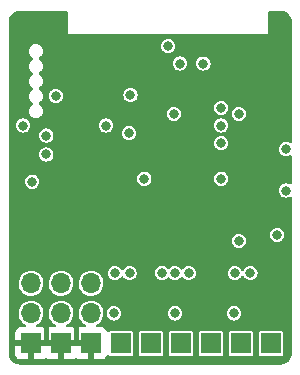
<source format=gbr>
%TF.GenerationSoftware,KiCad,Pcbnew,(6.0.8)*%
%TF.CreationDate,2022-11-21T19:10:26+00:00*%
%TF.ProjectId,m-link-plus,6d2d6c69-6e6b-42d7-906c-75732e6b6963,rev?*%
%TF.SameCoordinates,Original*%
%TF.FileFunction,Copper,L2,Inr*%
%TF.FilePolarity,Positive*%
%FSLAX46Y46*%
G04 Gerber Fmt 4.6, Leading zero omitted, Abs format (unit mm)*
G04 Created by KiCad (PCBNEW (6.0.8)) date 2022-11-21 19:10:26*
%MOMM*%
%LPD*%
G01*
G04 APERTURE LIST*
%TA.AperFunction,ComponentPad*%
%ADD10O,1.700000X1.700000*%
%TD*%
%TA.AperFunction,ComponentPad*%
%ADD11R,1.700000X1.700000*%
%TD*%
%TA.AperFunction,ViaPad*%
%ADD12C,0.800000*%
%TD*%
%TA.AperFunction,Conductor*%
%ADD13C,0.400000*%
%TD*%
%TA.AperFunction,Conductor*%
%ADD14C,0.250000*%
%TD*%
G04 APERTURE END LIST*
D10*
%TO.N,/CH1*%
%TO.C,J3*%
X80905000Y-92114000D03*
%TO.N,+5V*%
X80905000Y-94654000D03*
D11*
%TO.N,GND*%
X80905000Y-97194000D03*
D10*
%TO.N,/CH2*%
X83445000Y-92114000D03*
%TO.N,+5V*%
X83445000Y-94654000D03*
D11*
%TO.N,GND*%
X83445000Y-97194000D03*
D10*
%TO.N,/CH3*%
X85985000Y-92114000D03*
%TO.N,+5V*%
X85985000Y-94654000D03*
D11*
%TO.N,GND*%
X85985000Y-97194000D03*
%TO.N,/M1A*%
X88525000Y-97194000D03*
%TO.N,/M1B*%
X91065000Y-97194000D03*
%TO.N,/M2A*%
X93605000Y-97194000D03*
%TO.N,/M2B*%
X96145000Y-97194000D03*
%TO.N,/M3A*%
X98685000Y-97194000D03*
%TO.N,/M3B*%
X101225000Y-97194000D03*
%TD*%
D12*
%TO.N,GND*%
X94750000Y-80250000D03*
X89000000Y-74974500D03*
X91500000Y-76250000D03*
X99750000Y-87250000D03*
X88250000Y-84000000D03*
X79987701Y-70787701D03*
X81000000Y-82500000D03*
X88000000Y-88750000D03*
X87000000Y-71500000D03*
X97634000Y-93384000D03*
X92366000Y-93384000D03*
X88000000Y-93400000D03*
X88200000Y-82000000D03*
X101800000Y-93400000D03*
X102500000Y-72000000D03*
X94600000Y-83400000D03*
X101762299Y-92012299D03*
X102500000Y-78250000D03*
%TO.N,/DTR*%
X83000000Y-76250000D03*
%TO.N,+5V*%
X98500000Y-88500000D03*
X98096000Y-94654000D03*
X87904000Y-94654000D03*
X93096000Y-94654000D03*
X92000000Y-91225500D03*
%TO.N,/RESET*%
X93500000Y-73500000D03*
%TO.N,/ADC*%
X102500000Y-80750000D03*
%TO.N,/EN*%
X95500000Y-73500000D03*
%TO.N,/MTDI*%
X82200000Y-81200000D03*
%TO.N,/LED1*%
X98500000Y-77750000D03*
%TO.N,+3V3*%
X89325000Y-76175000D03*
X97000000Y-78750000D03*
X92525000Y-72025000D03*
X88000000Y-91250000D03*
X97000000Y-80250000D03*
X97000000Y-77250000D03*
X98160000Y-91250000D03*
X80250000Y-78750000D03*
X101750000Y-88000000D03*
X81000000Y-83500000D03*
X97000000Y-83250000D03*
X93080000Y-91250000D03*
X93000000Y-77750000D03*
%TO.N,/SCL*%
X89200000Y-79400000D03*
%TO.N,/SDA*%
X87250000Y-78750000D03*
%TO.N,/SLEEP*%
X99480500Y-91250000D03*
X94250000Y-91250000D03*
X89250000Y-91250000D03*
X102500000Y-84250000D03*
%TO.N,/ESP_LED*%
X82200000Y-79600000D03*
%TO.N,/ENABLE*%
X90500000Y-83250000D03*
%TD*%
D13*
%TO.N,GND*%
X84695000Y-93695000D02*
X84500000Y-93500000D01*
X84695000Y-97193000D02*
X84695000Y-93695000D01*
X84694000Y-97194000D02*
X84695000Y-97193000D01*
D14*
X84694000Y-97194000D02*
X84794000Y-97194000D01*
X83445000Y-97194000D02*
X84694000Y-97194000D01*
D13*
X82194000Y-93694000D02*
X82000000Y-93500000D01*
X82194000Y-97194000D02*
X82194000Y-93694000D01*
X80905000Y-97194000D02*
X85985000Y-97194000D01*
D14*
X82194000Y-97194000D02*
X83445000Y-97194000D01*
X84794000Y-97194000D02*
X85985000Y-97194000D01*
X80905000Y-97194000D02*
X82194000Y-97194000D01*
%TD*%
%TA.AperFunction,Conductor*%
%TO.N,GND*%
G36*
X83942121Y-69030502D02*
G01*
X83988614Y-69084158D01*
X84000000Y-69136500D01*
X84000000Y-71000000D01*
X101000000Y-71000000D01*
X101000000Y-69136500D01*
X101020002Y-69068379D01*
X101073658Y-69021886D01*
X101126000Y-69010500D01*
X101994491Y-69010500D01*
X101998315Y-69010667D01*
X102000000Y-69011365D01*
X102001365Y-69010800D01*
X102005472Y-69010979D01*
X102043305Y-69014289D01*
X102160847Y-69024573D01*
X102182470Y-69028385D01*
X102251244Y-69046813D01*
X102327781Y-69067321D01*
X102348420Y-69074833D01*
X102484760Y-69138410D01*
X102503780Y-69149392D01*
X102627011Y-69235679D01*
X102643836Y-69249797D01*
X102750203Y-69356164D01*
X102764321Y-69372989D01*
X102850608Y-69496220D01*
X102861590Y-69515240D01*
X102925167Y-69651580D01*
X102932679Y-69672219D01*
X102971614Y-69817526D01*
X102975428Y-69839156D01*
X102989021Y-69994528D01*
X102989200Y-69998635D01*
X102988635Y-70000000D01*
X102989333Y-70001685D01*
X102989500Y-70005509D01*
X102989500Y-80116238D01*
X102969498Y-80184359D01*
X102915842Y-80230852D01*
X102845568Y-80240956D01*
X102804509Y-80226744D01*
X102802841Y-80225464D01*
X102795213Y-80222304D01*
X102664391Y-80168116D01*
X102656762Y-80164956D01*
X102500000Y-80144318D01*
X102343238Y-80164956D01*
X102197159Y-80225464D01*
X102071718Y-80321718D01*
X101975464Y-80447159D01*
X101914956Y-80593238D01*
X101894318Y-80750000D01*
X101914956Y-80906762D01*
X101975464Y-81052841D01*
X102071718Y-81178282D01*
X102078264Y-81183305D01*
X102107918Y-81206059D01*
X102197159Y-81274536D01*
X102343238Y-81335044D01*
X102500000Y-81355682D01*
X102508188Y-81354604D01*
X102648574Y-81336122D01*
X102656762Y-81335044D01*
X102786934Y-81281125D01*
X102795215Y-81277695D01*
X102795216Y-81277694D01*
X102802841Y-81274536D01*
X102803718Y-81273863D01*
X102869494Y-81257905D01*
X102936586Y-81281125D01*
X102980474Y-81336931D01*
X102989500Y-81383762D01*
X102989500Y-83616238D01*
X102969498Y-83684359D01*
X102915842Y-83730852D01*
X102845568Y-83740956D01*
X102804509Y-83726744D01*
X102802841Y-83725464D01*
X102795213Y-83722304D01*
X102664391Y-83668116D01*
X102656762Y-83664956D01*
X102500000Y-83644318D01*
X102343238Y-83664956D01*
X102197159Y-83725464D01*
X102071718Y-83821718D01*
X101975464Y-83947159D01*
X101914956Y-84093238D01*
X101894318Y-84250000D01*
X101914956Y-84406762D01*
X101975464Y-84552841D01*
X102071718Y-84678282D01*
X102197159Y-84774536D01*
X102343238Y-84835044D01*
X102500000Y-84855682D01*
X102508188Y-84854604D01*
X102648574Y-84836122D01*
X102656762Y-84835044D01*
X102786934Y-84781125D01*
X102795215Y-84777695D01*
X102795216Y-84777694D01*
X102802841Y-84774536D01*
X102803718Y-84773863D01*
X102869494Y-84757905D01*
X102936586Y-84781125D01*
X102980474Y-84836931D01*
X102989500Y-84883762D01*
X102989500Y-97994491D01*
X102989333Y-97998315D01*
X102988635Y-98000000D01*
X102989200Y-98001365D01*
X102989021Y-98005472D01*
X102977904Y-98132547D01*
X102975428Y-98160844D01*
X102971615Y-98182470D01*
X102940853Y-98297274D01*
X102932679Y-98327781D01*
X102925167Y-98348420D01*
X102861590Y-98484760D01*
X102850608Y-98503780D01*
X102764321Y-98627011D01*
X102750203Y-98643836D01*
X102643836Y-98750203D01*
X102627011Y-98764321D01*
X102503780Y-98850608D01*
X102484760Y-98861590D01*
X102348420Y-98925167D01*
X102327780Y-98932679D01*
X102182470Y-98971615D01*
X102160847Y-98975427D01*
X102043305Y-98985711D01*
X102005472Y-98989021D01*
X102001365Y-98989200D01*
X102000000Y-98988635D01*
X101998315Y-98989333D01*
X101994491Y-98989500D01*
X80005509Y-98989500D01*
X80001685Y-98989333D01*
X80000000Y-98988635D01*
X79998635Y-98989200D01*
X79994528Y-98989021D01*
X79956695Y-98985711D01*
X79839153Y-98975427D01*
X79817530Y-98971615D01*
X79672220Y-98932679D01*
X79651580Y-98925167D01*
X79515240Y-98861590D01*
X79496220Y-98850608D01*
X79372989Y-98764321D01*
X79356164Y-98750203D01*
X79249797Y-98643836D01*
X79235679Y-98627011D01*
X79149392Y-98503780D01*
X79138410Y-98484760D01*
X79074833Y-98348420D01*
X79067321Y-98327781D01*
X79059147Y-98297274D01*
X79028385Y-98182470D01*
X79024572Y-98160844D01*
X79022097Y-98132547D01*
X79018258Y-98088669D01*
X79547001Y-98088669D01*
X79547371Y-98095490D01*
X79552895Y-98146352D01*
X79556521Y-98161604D01*
X79601676Y-98282054D01*
X79610214Y-98297649D01*
X79686715Y-98399724D01*
X79699276Y-98412285D01*
X79801351Y-98488786D01*
X79816946Y-98497324D01*
X79937394Y-98542478D01*
X79952649Y-98546105D01*
X80003514Y-98551631D01*
X80010328Y-98552000D01*
X80632885Y-98552000D01*
X80648124Y-98547525D01*
X80649329Y-98546135D01*
X80651000Y-98538452D01*
X80651000Y-98533884D01*
X81159000Y-98533884D01*
X81163475Y-98549123D01*
X81164865Y-98550328D01*
X81172548Y-98551999D01*
X81799669Y-98551999D01*
X81806490Y-98551629D01*
X81857352Y-98546105D01*
X81872604Y-98542479D01*
X81993054Y-98497324D01*
X82008644Y-98488789D01*
X82099435Y-98420745D01*
X82165942Y-98395898D01*
X82235324Y-98410951D01*
X82250565Y-98420745D01*
X82341356Y-98488789D01*
X82356946Y-98497324D01*
X82477394Y-98542478D01*
X82492649Y-98546105D01*
X82543514Y-98551631D01*
X82550328Y-98552000D01*
X83172885Y-98552000D01*
X83188124Y-98547525D01*
X83189329Y-98546135D01*
X83191000Y-98538452D01*
X83191000Y-98533884D01*
X83699000Y-98533884D01*
X83703475Y-98549123D01*
X83704865Y-98550328D01*
X83712548Y-98551999D01*
X84339669Y-98551999D01*
X84346490Y-98551629D01*
X84397352Y-98546105D01*
X84412604Y-98542479D01*
X84533054Y-98497324D01*
X84548644Y-98488789D01*
X84639435Y-98420745D01*
X84705942Y-98395898D01*
X84775324Y-98410951D01*
X84790565Y-98420745D01*
X84881356Y-98488789D01*
X84896946Y-98497324D01*
X85017394Y-98542478D01*
X85032649Y-98546105D01*
X85083514Y-98551631D01*
X85090328Y-98552000D01*
X85712885Y-98552000D01*
X85728124Y-98547525D01*
X85729329Y-98546135D01*
X85731000Y-98538452D01*
X85731000Y-97466115D01*
X85726525Y-97450876D01*
X85725135Y-97449671D01*
X85717452Y-97448000D01*
X83717115Y-97448000D01*
X83701876Y-97452475D01*
X83700671Y-97453865D01*
X83699000Y-97461548D01*
X83699000Y-98533884D01*
X83191000Y-98533884D01*
X83191000Y-97466115D01*
X83186525Y-97450876D01*
X83185135Y-97449671D01*
X83177452Y-97448000D01*
X81177115Y-97448000D01*
X81161876Y-97452475D01*
X81160671Y-97453865D01*
X81159000Y-97461548D01*
X81159000Y-98533884D01*
X80651000Y-98533884D01*
X80651000Y-97466115D01*
X80646525Y-97450876D01*
X80645135Y-97449671D01*
X80637452Y-97448000D01*
X79565116Y-97448000D01*
X79549877Y-97452475D01*
X79548672Y-97453865D01*
X79547001Y-97461548D01*
X79547001Y-98088669D01*
X79018258Y-98088669D01*
X79010979Y-98005472D01*
X79010800Y-98001365D01*
X79011365Y-98000000D01*
X79010667Y-97998315D01*
X79010500Y-97994491D01*
X79010500Y-96921885D01*
X79547000Y-96921885D01*
X79551475Y-96937124D01*
X79552865Y-96938329D01*
X79560548Y-96940000D01*
X86113000Y-96940000D01*
X86181121Y-96960002D01*
X86227614Y-97013658D01*
X86239000Y-97066000D01*
X86239000Y-98533884D01*
X86243475Y-98549123D01*
X86244865Y-98550328D01*
X86252548Y-98551999D01*
X86879669Y-98551999D01*
X86886490Y-98551629D01*
X86937352Y-98546105D01*
X86952604Y-98542479D01*
X87073054Y-98497324D01*
X87088649Y-98488786D01*
X87190724Y-98412285D01*
X87203285Y-98399724D01*
X87279786Y-98297649D01*
X87288324Y-98282054D01*
X87312075Y-98218699D01*
X87354717Y-98161935D01*
X87421278Y-98137235D01*
X87490627Y-98152443D01*
X87519152Y-98173834D01*
X87523557Y-98178239D01*
X87530448Y-98188552D01*
X87596769Y-98232867D01*
X87608938Y-98235288D01*
X87608939Y-98235288D01*
X87649184Y-98243293D01*
X87655252Y-98244500D01*
X89394748Y-98244500D01*
X89400816Y-98243293D01*
X89441061Y-98235288D01*
X89441062Y-98235288D01*
X89453231Y-98232867D01*
X89519552Y-98188552D01*
X89547750Y-98146352D01*
X89556974Y-98132547D01*
X89563867Y-98122231D01*
X89575500Y-98063748D01*
X90014500Y-98063748D01*
X90026133Y-98122231D01*
X90033026Y-98132547D01*
X90042250Y-98146352D01*
X90070448Y-98188552D01*
X90136769Y-98232867D01*
X90148938Y-98235288D01*
X90148939Y-98235288D01*
X90189184Y-98243293D01*
X90195252Y-98244500D01*
X91934748Y-98244500D01*
X91940816Y-98243293D01*
X91981061Y-98235288D01*
X91981062Y-98235288D01*
X91993231Y-98232867D01*
X92059552Y-98188552D01*
X92087750Y-98146352D01*
X92096974Y-98132547D01*
X92103867Y-98122231D01*
X92115500Y-98063748D01*
X92554500Y-98063748D01*
X92566133Y-98122231D01*
X92573026Y-98132547D01*
X92582250Y-98146352D01*
X92610448Y-98188552D01*
X92676769Y-98232867D01*
X92688938Y-98235288D01*
X92688939Y-98235288D01*
X92729184Y-98243293D01*
X92735252Y-98244500D01*
X94474748Y-98244500D01*
X94480816Y-98243293D01*
X94521061Y-98235288D01*
X94521062Y-98235288D01*
X94533231Y-98232867D01*
X94599552Y-98188552D01*
X94627750Y-98146352D01*
X94636974Y-98132547D01*
X94643867Y-98122231D01*
X94655500Y-98063748D01*
X95094500Y-98063748D01*
X95106133Y-98122231D01*
X95113026Y-98132547D01*
X95122250Y-98146352D01*
X95150448Y-98188552D01*
X95216769Y-98232867D01*
X95228938Y-98235288D01*
X95228939Y-98235288D01*
X95269184Y-98243293D01*
X95275252Y-98244500D01*
X97014748Y-98244500D01*
X97020816Y-98243293D01*
X97061061Y-98235288D01*
X97061062Y-98235288D01*
X97073231Y-98232867D01*
X97139552Y-98188552D01*
X97167750Y-98146352D01*
X97176974Y-98132547D01*
X97183867Y-98122231D01*
X97195500Y-98063748D01*
X97634500Y-98063748D01*
X97646133Y-98122231D01*
X97653026Y-98132547D01*
X97662250Y-98146352D01*
X97690448Y-98188552D01*
X97756769Y-98232867D01*
X97768938Y-98235288D01*
X97768939Y-98235288D01*
X97809184Y-98243293D01*
X97815252Y-98244500D01*
X99554748Y-98244500D01*
X99560816Y-98243293D01*
X99601061Y-98235288D01*
X99601062Y-98235288D01*
X99613231Y-98232867D01*
X99679552Y-98188552D01*
X99707750Y-98146352D01*
X99716974Y-98132547D01*
X99723867Y-98122231D01*
X99735500Y-98063748D01*
X100174500Y-98063748D01*
X100186133Y-98122231D01*
X100193026Y-98132547D01*
X100202250Y-98146352D01*
X100230448Y-98188552D01*
X100296769Y-98232867D01*
X100308938Y-98235288D01*
X100308939Y-98235288D01*
X100349184Y-98243293D01*
X100355252Y-98244500D01*
X102094748Y-98244500D01*
X102100816Y-98243293D01*
X102141061Y-98235288D01*
X102141062Y-98235288D01*
X102153231Y-98232867D01*
X102219552Y-98188552D01*
X102247750Y-98146352D01*
X102256974Y-98132547D01*
X102263867Y-98122231D01*
X102275500Y-98063748D01*
X102275500Y-96324252D01*
X102263867Y-96265769D01*
X102219552Y-96199448D01*
X102153231Y-96155133D01*
X102141062Y-96152712D01*
X102141061Y-96152712D01*
X102100816Y-96144707D01*
X102094748Y-96143500D01*
X100355252Y-96143500D01*
X100349184Y-96144707D01*
X100308939Y-96152712D01*
X100308938Y-96152712D01*
X100296769Y-96155133D01*
X100230448Y-96199448D01*
X100186133Y-96265769D01*
X100174500Y-96324252D01*
X100174500Y-98063748D01*
X99735500Y-98063748D01*
X99735500Y-96324252D01*
X99723867Y-96265769D01*
X99679552Y-96199448D01*
X99613231Y-96155133D01*
X99601062Y-96152712D01*
X99601061Y-96152712D01*
X99560816Y-96144707D01*
X99554748Y-96143500D01*
X97815252Y-96143500D01*
X97809184Y-96144707D01*
X97768939Y-96152712D01*
X97768938Y-96152712D01*
X97756769Y-96155133D01*
X97690448Y-96199448D01*
X97646133Y-96265769D01*
X97634500Y-96324252D01*
X97634500Y-98063748D01*
X97195500Y-98063748D01*
X97195500Y-96324252D01*
X97183867Y-96265769D01*
X97139552Y-96199448D01*
X97073231Y-96155133D01*
X97061062Y-96152712D01*
X97061061Y-96152712D01*
X97020816Y-96144707D01*
X97014748Y-96143500D01*
X95275252Y-96143500D01*
X95269184Y-96144707D01*
X95228939Y-96152712D01*
X95228938Y-96152712D01*
X95216769Y-96155133D01*
X95150448Y-96199448D01*
X95106133Y-96265769D01*
X95094500Y-96324252D01*
X95094500Y-98063748D01*
X94655500Y-98063748D01*
X94655500Y-96324252D01*
X94643867Y-96265769D01*
X94599552Y-96199448D01*
X94533231Y-96155133D01*
X94521062Y-96152712D01*
X94521061Y-96152712D01*
X94480816Y-96144707D01*
X94474748Y-96143500D01*
X92735252Y-96143500D01*
X92729184Y-96144707D01*
X92688939Y-96152712D01*
X92688938Y-96152712D01*
X92676769Y-96155133D01*
X92610448Y-96199448D01*
X92566133Y-96265769D01*
X92554500Y-96324252D01*
X92554500Y-98063748D01*
X92115500Y-98063748D01*
X92115500Y-96324252D01*
X92103867Y-96265769D01*
X92059552Y-96199448D01*
X91993231Y-96155133D01*
X91981062Y-96152712D01*
X91981061Y-96152712D01*
X91940816Y-96144707D01*
X91934748Y-96143500D01*
X90195252Y-96143500D01*
X90189184Y-96144707D01*
X90148939Y-96152712D01*
X90148938Y-96152712D01*
X90136769Y-96155133D01*
X90070448Y-96199448D01*
X90026133Y-96265769D01*
X90014500Y-96324252D01*
X90014500Y-98063748D01*
X89575500Y-98063748D01*
X89575500Y-96324252D01*
X89563867Y-96265769D01*
X89519552Y-96199448D01*
X89453231Y-96155133D01*
X89441062Y-96152712D01*
X89441061Y-96152712D01*
X89400816Y-96144707D01*
X89394748Y-96143500D01*
X87655252Y-96143500D01*
X87649184Y-96144707D01*
X87608939Y-96152712D01*
X87608938Y-96152712D01*
X87596769Y-96155133D01*
X87530448Y-96199448D01*
X87523557Y-96209761D01*
X87519152Y-96214166D01*
X87456840Y-96248192D01*
X87386025Y-96243127D01*
X87329189Y-96200580D01*
X87312075Y-96169301D01*
X87288324Y-96105946D01*
X87279786Y-96090351D01*
X87203285Y-95988276D01*
X87190724Y-95975715D01*
X87088649Y-95899214D01*
X87073054Y-95890676D01*
X86952606Y-95845522D01*
X86937351Y-95841895D01*
X86886486Y-95836369D01*
X86879672Y-95836000D01*
X86503932Y-95836000D01*
X86435811Y-95815998D01*
X86389318Y-95762342D01*
X86379214Y-95692068D01*
X86408708Y-95627488D01*
X86447121Y-95597534D01*
X86545116Y-95548033D01*
X86550610Y-95545258D01*
X86712951Y-95418424D01*
X86847564Y-95262472D01*
X86868387Y-95225818D01*
X86946276Y-95088707D01*
X86949323Y-95083344D01*
X87014351Y-94887863D01*
X87040171Y-94683474D01*
X87040583Y-94654000D01*
X87298318Y-94654000D01*
X87318956Y-94810762D01*
X87379464Y-94956841D01*
X87475718Y-95082282D01*
X87601159Y-95178536D01*
X87747238Y-95239044D01*
X87904000Y-95259682D01*
X87912188Y-95258604D01*
X88052574Y-95240122D01*
X88060762Y-95239044D01*
X88206841Y-95178536D01*
X88332282Y-95082282D01*
X88428536Y-94956841D01*
X88489044Y-94810762D01*
X88509682Y-94654000D01*
X92490318Y-94654000D01*
X92510956Y-94810762D01*
X92571464Y-94956841D01*
X92667718Y-95082282D01*
X92793159Y-95178536D01*
X92939238Y-95239044D01*
X93096000Y-95259682D01*
X93104188Y-95258604D01*
X93244574Y-95240122D01*
X93252762Y-95239044D01*
X93398841Y-95178536D01*
X93524282Y-95082282D01*
X93620536Y-94956841D01*
X93681044Y-94810762D01*
X93701682Y-94654000D01*
X97490318Y-94654000D01*
X97510956Y-94810762D01*
X97571464Y-94956841D01*
X97667718Y-95082282D01*
X97793159Y-95178536D01*
X97939238Y-95239044D01*
X98096000Y-95259682D01*
X98104188Y-95258604D01*
X98244574Y-95240122D01*
X98252762Y-95239044D01*
X98398841Y-95178536D01*
X98524282Y-95082282D01*
X98620536Y-94956841D01*
X98681044Y-94810762D01*
X98701682Y-94654000D01*
X98681044Y-94497238D01*
X98620536Y-94351159D01*
X98524282Y-94225718D01*
X98398841Y-94129464D01*
X98252762Y-94068956D01*
X98096000Y-94048318D01*
X97939238Y-94068956D01*
X97793159Y-94129464D01*
X97667718Y-94225718D01*
X97571464Y-94351159D01*
X97510956Y-94497238D01*
X97490318Y-94654000D01*
X93701682Y-94654000D01*
X93681044Y-94497238D01*
X93620536Y-94351159D01*
X93524282Y-94225718D01*
X93398841Y-94129464D01*
X93252762Y-94068956D01*
X93096000Y-94048318D01*
X92939238Y-94068956D01*
X92793159Y-94129464D01*
X92667718Y-94225718D01*
X92571464Y-94351159D01*
X92510956Y-94497238D01*
X92490318Y-94654000D01*
X88509682Y-94654000D01*
X88489044Y-94497238D01*
X88428536Y-94351159D01*
X88332282Y-94225718D01*
X88206841Y-94129464D01*
X88060762Y-94068956D01*
X87904000Y-94048318D01*
X87747238Y-94068956D01*
X87601159Y-94129464D01*
X87475718Y-94225718D01*
X87379464Y-94351159D01*
X87318956Y-94497238D01*
X87298318Y-94654000D01*
X87040583Y-94654000D01*
X87020480Y-94448970D01*
X86960935Y-94251749D01*
X86864218Y-94069849D01*
X86790859Y-93979902D01*
X86737906Y-93914975D01*
X86737903Y-93914972D01*
X86734011Y-93910200D01*
X86716786Y-93895950D01*
X86580025Y-93782811D01*
X86580021Y-93782809D01*
X86575275Y-93778882D01*
X86394055Y-93680897D01*
X86197254Y-93619977D01*
X86191129Y-93619333D01*
X86191128Y-93619333D01*
X85998498Y-93599087D01*
X85998496Y-93599087D01*
X85992369Y-93598443D01*
X85905529Y-93606346D01*
X85793342Y-93616555D01*
X85793339Y-93616556D01*
X85787203Y-93617114D01*
X85589572Y-93675280D01*
X85407002Y-93770726D01*
X85402201Y-93774586D01*
X85402198Y-93774588D01*
X85391971Y-93782811D01*
X85246447Y-93899815D01*
X85114024Y-94057630D01*
X85111056Y-94063028D01*
X85111053Y-94063033D01*
X85021617Y-94225718D01*
X85014776Y-94238162D01*
X84952484Y-94434532D01*
X84951798Y-94440649D01*
X84951797Y-94440653D01*
X84946306Y-94489609D01*
X84929520Y-94639262D01*
X84946759Y-94844553D01*
X84948458Y-94850478D01*
X84980836Y-94963392D01*
X85003544Y-95042586D01*
X85006359Y-95048063D01*
X85006360Y-95048066D01*
X85026526Y-95087305D01*
X85097712Y-95225818D01*
X85225677Y-95387270D01*
X85382564Y-95520791D01*
X85431308Y-95548033D01*
X85524315Y-95600013D01*
X85574020Y-95650707D01*
X85588428Y-95720226D01*
X85562964Y-95786499D01*
X85505713Y-95828484D01*
X85462844Y-95836001D01*
X85090331Y-95836001D01*
X85083510Y-95836371D01*
X85032648Y-95841895D01*
X85017396Y-95845521D01*
X84896946Y-95890676D01*
X84881356Y-95899211D01*
X84790565Y-95967255D01*
X84724058Y-95992102D01*
X84654676Y-95977049D01*
X84639435Y-95967255D01*
X84548644Y-95899211D01*
X84533054Y-95890676D01*
X84412606Y-95845522D01*
X84397351Y-95841895D01*
X84346486Y-95836369D01*
X84339672Y-95836000D01*
X83963932Y-95836000D01*
X83895811Y-95815998D01*
X83849318Y-95762342D01*
X83839214Y-95692068D01*
X83868708Y-95627488D01*
X83907121Y-95597534D01*
X84005116Y-95548033D01*
X84010610Y-95545258D01*
X84172951Y-95418424D01*
X84307564Y-95262472D01*
X84328387Y-95225818D01*
X84406276Y-95088707D01*
X84409323Y-95083344D01*
X84474351Y-94887863D01*
X84500171Y-94683474D01*
X84500583Y-94654000D01*
X84480480Y-94448970D01*
X84420935Y-94251749D01*
X84324218Y-94069849D01*
X84250859Y-93979902D01*
X84197906Y-93914975D01*
X84197903Y-93914972D01*
X84194011Y-93910200D01*
X84176786Y-93895950D01*
X84040025Y-93782811D01*
X84040021Y-93782809D01*
X84035275Y-93778882D01*
X83854055Y-93680897D01*
X83657254Y-93619977D01*
X83651129Y-93619333D01*
X83651128Y-93619333D01*
X83458498Y-93599087D01*
X83458496Y-93599087D01*
X83452369Y-93598443D01*
X83365529Y-93606346D01*
X83253342Y-93616555D01*
X83253339Y-93616556D01*
X83247203Y-93617114D01*
X83049572Y-93675280D01*
X82867002Y-93770726D01*
X82862201Y-93774586D01*
X82862198Y-93774588D01*
X82851971Y-93782811D01*
X82706447Y-93899815D01*
X82574024Y-94057630D01*
X82571056Y-94063028D01*
X82571053Y-94063033D01*
X82481617Y-94225718D01*
X82474776Y-94238162D01*
X82412484Y-94434532D01*
X82411798Y-94440649D01*
X82411797Y-94440653D01*
X82406306Y-94489609D01*
X82389520Y-94639262D01*
X82406759Y-94844553D01*
X82408458Y-94850478D01*
X82440836Y-94963392D01*
X82463544Y-95042586D01*
X82466359Y-95048063D01*
X82466360Y-95048066D01*
X82486526Y-95087305D01*
X82557712Y-95225818D01*
X82685677Y-95387270D01*
X82842564Y-95520791D01*
X82891308Y-95548033D01*
X82984315Y-95600013D01*
X83034020Y-95650707D01*
X83048428Y-95720226D01*
X83022964Y-95786499D01*
X82965713Y-95828484D01*
X82922844Y-95836001D01*
X82550331Y-95836001D01*
X82543510Y-95836371D01*
X82492648Y-95841895D01*
X82477396Y-95845521D01*
X82356946Y-95890676D01*
X82341356Y-95899211D01*
X82250565Y-95967255D01*
X82184058Y-95992102D01*
X82114676Y-95977049D01*
X82099435Y-95967255D01*
X82008644Y-95899211D01*
X81993054Y-95890676D01*
X81872606Y-95845522D01*
X81857351Y-95841895D01*
X81806486Y-95836369D01*
X81799672Y-95836000D01*
X81423932Y-95836000D01*
X81355811Y-95815998D01*
X81309318Y-95762342D01*
X81299214Y-95692068D01*
X81328708Y-95627488D01*
X81367121Y-95597534D01*
X81465116Y-95548033D01*
X81470610Y-95545258D01*
X81632951Y-95418424D01*
X81767564Y-95262472D01*
X81788387Y-95225818D01*
X81866276Y-95088707D01*
X81869323Y-95083344D01*
X81934351Y-94887863D01*
X81960171Y-94683474D01*
X81960583Y-94654000D01*
X81940480Y-94448970D01*
X81880935Y-94251749D01*
X81784218Y-94069849D01*
X81710859Y-93979902D01*
X81657906Y-93914975D01*
X81657903Y-93914972D01*
X81654011Y-93910200D01*
X81636786Y-93895950D01*
X81500025Y-93782811D01*
X81500021Y-93782809D01*
X81495275Y-93778882D01*
X81314055Y-93680897D01*
X81117254Y-93619977D01*
X81111129Y-93619333D01*
X81111128Y-93619333D01*
X80918498Y-93599087D01*
X80918496Y-93599087D01*
X80912369Y-93598443D01*
X80825529Y-93606346D01*
X80713342Y-93616555D01*
X80713339Y-93616556D01*
X80707203Y-93617114D01*
X80509572Y-93675280D01*
X80327002Y-93770726D01*
X80322201Y-93774586D01*
X80322198Y-93774588D01*
X80311971Y-93782811D01*
X80166447Y-93899815D01*
X80034024Y-94057630D01*
X80031056Y-94063028D01*
X80031053Y-94063033D01*
X79941617Y-94225718D01*
X79934776Y-94238162D01*
X79872484Y-94434532D01*
X79871798Y-94440649D01*
X79871797Y-94440653D01*
X79866306Y-94489609D01*
X79849520Y-94639262D01*
X79866759Y-94844553D01*
X79868458Y-94850478D01*
X79900836Y-94963392D01*
X79923544Y-95042586D01*
X79926359Y-95048063D01*
X79926360Y-95048066D01*
X79946526Y-95087305D01*
X80017712Y-95225818D01*
X80145677Y-95387270D01*
X80302564Y-95520791D01*
X80351308Y-95548033D01*
X80444315Y-95600013D01*
X80494020Y-95650707D01*
X80508428Y-95720226D01*
X80482964Y-95786499D01*
X80425713Y-95828484D01*
X80382844Y-95836001D01*
X80010331Y-95836001D01*
X80003510Y-95836371D01*
X79952648Y-95841895D01*
X79937396Y-95845521D01*
X79816946Y-95890676D01*
X79801351Y-95899214D01*
X79699276Y-95975715D01*
X79686715Y-95988276D01*
X79610214Y-96090351D01*
X79601676Y-96105946D01*
X79556522Y-96226394D01*
X79552895Y-96241649D01*
X79547369Y-96292514D01*
X79547000Y-96299328D01*
X79547000Y-96921885D01*
X79010500Y-96921885D01*
X79010500Y-92099262D01*
X79849520Y-92099262D01*
X79866759Y-92304553D01*
X79923544Y-92502586D01*
X79926359Y-92508063D01*
X79926360Y-92508066D01*
X79947247Y-92548707D01*
X80017712Y-92685818D01*
X80145677Y-92847270D01*
X80302564Y-92980791D01*
X80482398Y-93081297D01*
X80577238Y-93112113D01*
X80672471Y-93143056D01*
X80672475Y-93143057D01*
X80678329Y-93144959D01*
X80882894Y-93169351D01*
X80889029Y-93168879D01*
X80889031Y-93168879D01*
X80945039Y-93164569D01*
X81088300Y-93153546D01*
X81094230Y-93151890D01*
X81094232Y-93151890D01*
X81280797Y-93099800D01*
X81280796Y-93099800D01*
X81286725Y-93098145D01*
X81292214Y-93095372D01*
X81292220Y-93095370D01*
X81465116Y-93008033D01*
X81470610Y-93005258D01*
X81632951Y-92878424D01*
X81767564Y-92722472D01*
X81788387Y-92685818D01*
X81866276Y-92548707D01*
X81869323Y-92543344D01*
X81934351Y-92347863D01*
X81960171Y-92143474D01*
X81960583Y-92114000D01*
X81959138Y-92099262D01*
X82389520Y-92099262D01*
X82406759Y-92304553D01*
X82463544Y-92502586D01*
X82466359Y-92508063D01*
X82466360Y-92508066D01*
X82487247Y-92548707D01*
X82557712Y-92685818D01*
X82685677Y-92847270D01*
X82842564Y-92980791D01*
X83022398Y-93081297D01*
X83117238Y-93112113D01*
X83212471Y-93143056D01*
X83212475Y-93143057D01*
X83218329Y-93144959D01*
X83422894Y-93169351D01*
X83429029Y-93168879D01*
X83429031Y-93168879D01*
X83485039Y-93164569D01*
X83628300Y-93153546D01*
X83634230Y-93151890D01*
X83634232Y-93151890D01*
X83820797Y-93099800D01*
X83820796Y-93099800D01*
X83826725Y-93098145D01*
X83832214Y-93095372D01*
X83832220Y-93095370D01*
X84005116Y-93008033D01*
X84010610Y-93005258D01*
X84172951Y-92878424D01*
X84307564Y-92722472D01*
X84328387Y-92685818D01*
X84406276Y-92548707D01*
X84409323Y-92543344D01*
X84474351Y-92347863D01*
X84500171Y-92143474D01*
X84500583Y-92114000D01*
X84499138Y-92099262D01*
X84929520Y-92099262D01*
X84946759Y-92304553D01*
X85003544Y-92502586D01*
X85006359Y-92508063D01*
X85006360Y-92508066D01*
X85027247Y-92548707D01*
X85097712Y-92685818D01*
X85225677Y-92847270D01*
X85382564Y-92980791D01*
X85562398Y-93081297D01*
X85657238Y-93112113D01*
X85752471Y-93143056D01*
X85752475Y-93143057D01*
X85758329Y-93144959D01*
X85962894Y-93169351D01*
X85969029Y-93168879D01*
X85969031Y-93168879D01*
X86025039Y-93164569D01*
X86168300Y-93153546D01*
X86174230Y-93151890D01*
X86174232Y-93151890D01*
X86360797Y-93099800D01*
X86360796Y-93099800D01*
X86366725Y-93098145D01*
X86372214Y-93095372D01*
X86372220Y-93095370D01*
X86545116Y-93008033D01*
X86550610Y-93005258D01*
X86712951Y-92878424D01*
X86847564Y-92722472D01*
X86868387Y-92685818D01*
X86946276Y-92548707D01*
X86949323Y-92543344D01*
X87014351Y-92347863D01*
X87040171Y-92143474D01*
X87040583Y-92114000D01*
X87020480Y-91908970D01*
X86960935Y-91711749D01*
X86864218Y-91529849D01*
X86790859Y-91439902D01*
X86737906Y-91374975D01*
X86737903Y-91374972D01*
X86734011Y-91370200D01*
X86716786Y-91355950D01*
X86588715Y-91250000D01*
X87394318Y-91250000D01*
X87395396Y-91258188D01*
X87408267Y-91355950D01*
X87414956Y-91406762D01*
X87475464Y-91552841D01*
X87571718Y-91678282D01*
X87697159Y-91774536D01*
X87843238Y-91835044D01*
X88000000Y-91855682D01*
X88008188Y-91854604D01*
X88148574Y-91836122D01*
X88156762Y-91835044D01*
X88302841Y-91774536D01*
X88428282Y-91678282D01*
X88447082Y-91653782D01*
X88524536Y-91552841D01*
X88527201Y-91554886D01*
X88567250Y-91516691D01*
X88636962Y-91503246D01*
X88702876Y-91529625D01*
X88723980Y-91553980D01*
X88725464Y-91552841D01*
X88802919Y-91653782D01*
X88821718Y-91678282D01*
X88947159Y-91774536D01*
X89093238Y-91835044D01*
X89250000Y-91855682D01*
X89258188Y-91854604D01*
X89398574Y-91836122D01*
X89406762Y-91835044D01*
X89552841Y-91774536D01*
X89678282Y-91678282D01*
X89774536Y-91552841D01*
X89835044Y-91406762D01*
X89841734Y-91355950D01*
X89854604Y-91258188D01*
X89855682Y-91250000D01*
X89852457Y-91225500D01*
X91394318Y-91225500D01*
X91414956Y-91382262D01*
X91475464Y-91528341D01*
X91571718Y-91653782D01*
X91697159Y-91750036D01*
X91843238Y-91810544D01*
X92000000Y-91831182D01*
X92008188Y-91830104D01*
X92148574Y-91811622D01*
X92156762Y-91810544D01*
X92302841Y-91750036D01*
X92428282Y-91653782D01*
X92433305Y-91647236D01*
X92439150Y-91641391D01*
X92440945Y-91643186D01*
X92487977Y-91608845D01*
X92558848Y-91604624D01*
X92620751Y-91639389D01*
X92630562Y-91650712D01*
X92646694Y-91671735D01*
X92651718Y-91678282D01*
X92777159Y-91774536D01*
X92923238Y-91835044D01*
X93080000Y-91855682D01*
X93088188Y-91854604D01*
X93228574Y-91836122D01*
X93236762Y-91835044D01*
X93382841Y-91774536D01*
X93508282Y-91678282D01*
X93565037Y-91604317D01*
X93622375Y-91562450D01*
X93693246Y-91558228D01*
X93755149Y-91592992D01*
X93764961Y-91604315D01*
X93821718Y-91678282D01*
X93947159Y-91774536D01*
X94093238Y-91835044D01*
X94250000Y-91855682D01*
X94258188Y-91854604D01*
X94398574Y-91836122D01*
X94406762Y-91835044D01*
X94552841Y-91774536D01*
X94678282Y-91678282D01*
X94774536Y-91552841D01*
X94835044Y-91406762D01*
X94841734Y-91355950D01*
X94854604Y-91258188D01*
X94855682Y-91250000D01*
X97554318Y-91250000D01*
X97555396Y-91258188D01*
X97568267Y-91355950D01*
X97574956Y-91406762D01*
X97635464Y-91552841D01*
X97731718Y-91678282D01*
X97857159Y-91774536D01*
X98003238Y-91835044D01*
X98160000Y-91855682D01*
X98168188Y-91854604D01*
X98308574Y-91836122D01*
X98316762Y-91835044D01*
X98462841Y-91774536D01*
X98588282Y-91678282D01*
X98684536Y-91552841D01*
X98703841Y-91506235D01*
X98748390Y-91450954D01*
X98815753Y-91428533D01*
X98884544Y-91446091D01*
X98932923Y-91498054D01*
X98936659Y-91506235D01*
X98955964Y-91552841D01*
X99052218Y-91678282D01*
X99177659Y-91774536D01*
X99323738Y-91835044D01*
X99480500Y-91855682D01*
X99488688Y-91854604D01*
X99629074Y-91836122D01*
X99637262Y-91835044D01*
X99783341Y-91774536D01*
X99908782Y-91678282D01*
X100005036Y-91552841D01*
X100065544Y-91406762D01*
X100072234Y-91355950D01*
X100085104Y-91258188D01*
X100086182Y-91250000D01*
X100065544Y-91093238D01*
X100005036Y-90947159D01*
X99908782Y-90821718D01*
X99783341Y-90725464D01*
X99637262Y-90664956D01*
X99480500Y-90644318D01*
X99323738Y-90664956D01*
X99177659Y-90725464D01*
X99052218Y-90821718D01*
X98955964Y-90947159D01*
X98952804Y-90954789D01*
X98936659Y-90993765D01*
X98892110Y-91049046D01*
X98824747Y-91071467D01*
X98755956Y-91053909D01*
X98707577Y-91001946D01*
X98703841Y-90993765D01*
X98687696Y-90954789D01*
X98684536Y-90947159D01*
X98588282Y-90821718D01*
X98462841Y-90725464D01*
X98316762Y-90664956D01*
X98160000Y-90644318D01*
X98003238Y-90664956D01*
X97857159Y-90725464D01*
X97731718Y-90821718D01*
X97635464Y-90947159D01*
X97574956Y-91093238D01*
X97554318Y-91250000D01*
X94855682Y-91250000D01*
X94835044Y-91093238D01*
X94774536Y-90947159D01*
X94678282Y-90821718D01*
X94552841Y-90725464D01*
X94406762Y-90664956D01*
X94250000Y-90644318D01*
X94093238Y-90664956D01*
X93947159Y-90725464D01*
X93821718Y-90821718D01*
X93816695Y-90828264D01*
X93764963Y-90895683D01*
X93707625Y-90937550D01*
X93636754Y-90941772D01*
X93574851Y-90907008D01*
X93565037Y-90895683D01*
X93513305Y-90828264D01*
X93508282Y-90821718D01*
X93382841Y-90725464D01*
X93236762Y-90664956D01*
X93080000Y-90644318D01*
X92923238Y-90664956D01*
X92777159Y-90725464D01*
X92651718Y-90821718D01*
X92646695Y-90828264D01*
X92640850Y-90834109D01*
X92639055Y-90832314D01*
X92592023Y-90866655D01*
X92521152Y-90870876D01*
X92459249Y-90836111D01*
X92449438Y-90824788D01*
X92433306Y-90803765D01*
X92433305Y-90803764D01*
X92428282Y-90797218D01*
X92302841Y-90700964D01*
X92156762Y-90640456D01*
X92000000Y-90619818D01*
X91843238Y-90640456D01*
X91697159Y-90700964D01*
X91571718Y-90797218D01*
X91475464Y-90922659D01*
X91414956Y-91068738D01*
X91394318Y-91225500D01*
X89852457Y-91225500D01*
X89835044Y-91093238D01*
X89774536Y-90947159D01*
X89678282Y-90821718D01*
X89552841Y-90725464D01*
X89406762Y-90664956D01*
X89250000Y-90644318D01*
X89093238Y-90664956D01*
X88947159Y-90725464D01*
X88821718Y-90821718D01*
X88725464Y-90947159D01*
X88722799Y-90945114D01*
X88682750Y-90983309D01*
X88613038Y-90996754D01*
X88547124Y-90970375D01*
X88526020Y-90946020D01*
X88524536Y-90947159D01*
X88433305Y-90828264D01*
X88428282Y-90821718D01*
X88302841Y-90725464D01*
X88156762Y-90664956D01*
X88000000Y-90644318D01*
X87843238Y-90664956D01*
X87697159Y-90725464D01*
X87571718Y-90821718D01*
X87475464Y-90947159D01*
X87414956Y-91093238D01*
X87394318Y-91250000D01*
X86588715Y-91250000D01*
X86580025Y-91242811D01*
X86580021Y-91242809D01*
X86575275Y-91238882D01*
X86394055Y-91140897D01*
X86197254Y-91079977D01*
X86191129Y-91079333D01*
X86191128Y-91079333D01*
X85998498Y-91059087D01*
X85998496Y-91059087D01*
X85992369Y-91058443D01*
X85905529Y-91066346D01*
X85793342Y-91076555D01*
X85793339Y-91076556D01*
X85787203Y-91077114D01*
X85589572Y-91135280D01*
X85407002Y-91230726D01*
X85402201Y-91234586D01*
X85402198Y-91234588D01*
X85251254Y-91355950D01*
X85246447Y-91359815D01*
X85114024Y-91517630D01*
X85111056Y-91523028D01*
X85111053Y-91523033D01*
X85029304Y-91671735D01*
X85014776Y-91698162D01*
X85012913Y-91704035D01*
X84978785Y-91811622D01*
X84952484Y-91894532D01*
X84951798Y-91900649D01*
X84951797Y-91900653D01*
X84930207Y-92093137D01*
X84929520Y-92099262D01*
X84499138Y-92099262D01*
X84480480Y-91908970D01*
X84420935Y-91711749D01*
X84324218Y-91529849D01*
X84250859Y-91439902D01*
X84197906Y-91374975D01*
X84197903Y-91374972D01*
X84194011Y-91370200D01*
X84176786Y-91355950D01*
X84040025Y-91242811D01*
X84040021Y-91242809D01*
X84035275Y-91238882D01*
X83854055Y-91140897D01*
X83657254Y-91079977D01*
X83651129Y-91079333D01*
X83651128Y-91079333D01*
X83458498Y-91059087D01*
X83458496Y-91059087D01*
X83452369Y-91058443D01*
X83365529Y-91066346D01*
X83253342Y-91076555D01*
X83253339Y-91076556D01*
X83247203Y-91077114D01*
X83049572Y-91135280D01*
X82867002Y-91230726D01*
X82862201Y-91234586D01*
X82862198Y-91234588D01*
X82711254Y-91355950D01*
X82706447Y-91359815D01*
X82574024Y-91517630D01*
X82571056Y-91523028D01*
X82571053Y-91523033D01*
X82489304Y-91671735D01*
X82474776Y-91698162D01*
X82472913Y-91704035D01*
X82438785Y-91811622D01*
X82412484Y-91894532D01*
X82411798Y-91900649D01*
X82411797Y-91900653D01*
X82390207Y-92093137D01*
X82389520Y-92099262D01*
X81959138Y-92099262D01*
X81940480Y-91908970D01*
X81880935Y-91711749D01*
X81784218Y-91529849D01*
X81710859Y-91439902D01*
X81657906Y-91374975D01*
X81657903Y-91374972D01*
X81654011Y-91370200D01*
X81636786Y-91355950D01*
X81500025Y-91242811D01*
X81500021Y-91242809D01*
X81495275Y-91238882D01*
X81314055Y-91140897D01*
X81117254Y-91079977D01*
X81111129Y-91079333D01*
X81111128Y-91079333D01*
X80918498Y-91059087D01*
X80918496Y-91059087D01*
X80912369Y-91058443D01*
X80825529Y-91066346D01*
X80713342Y-91076555D01*
X80713339Y-91076556D01*
X80707203Y-91077114D01*
X80509572Y-91135280D01*
X80327002Y-91230726D01*
X80322201Y-91234586D01*
X80322198Y-91234588D01*
X80171254Y-91355950D01*
X80166447Y-91359815D01*
X80034024Y-91517630D01*
X80031056Y-91523028D01*
X80031053Y-91523033D01*
X79949304Y-91671735D01*
X79934776Y-91698162D01*
X79932913Y-91704035D01*
X79898785Y-91811622D01*
X79872484Y-91894532D01*
X79871798Y-91900649D01*
X79871797Y-91900653D01*
X79850207Y-92093137D01*
X79849520Y-92099262D01*
X79010500Y-92099262D01*
X79010500Y-88500000D01*
X97894318Y-88500000D01*
X97914956Y-88656762D01*
X97975464Y-88802841D01*
X98071718Y-88928282D01*
X98197159Y-89024536D01*
X98343238Y-89085044D01*
X98500000Y-89105682D01*
X98508188Y-89104604D01*
X98648574Y-89086122D01*
X98656762Y-89085044D01*
X98802841Y-89024536D01*
X98928282Y-88928282D01*
X99024536Y-88802841D01*
X99085044Y-88656762D01*
X99105682Y-88500000D01*
X99085044Y-88343238D01*
X99024536Y-88197159D01*
X98928282Y-88071718D01*
X98834817Y-88000000D01*
X101144318Y-88000000D01*
X101164956Y-88156762D01*
X101225464Y-88302841D01*
X101321718Y-88428282D01*
X101447159Y-88524536D01*
X101593238Y-88585044D01*
X101750000Y-88605682D01*
X101758188Y-88604604D01*
X101898574Y-88586122D01*
X101906762Y-88585044D01*
X102052841Y-88524536D01*
X102178282Y-88428282D01*
X102274536Y-88302841D01*
X102335044Y-88156762D01*
X102355682Y-88000000D01*
X102335044Y-87843238D01*
X102274536Y-87697159D01*
X102178282Y-87571718D01*
X102052841Y-87475464D01*
X101906762Y-87414956D01*
X101750000Y-87394318D01*
X101593238Y-87414956D01*
X101447159Y-87475464D01*
X101321718Y-87571718D01*
X101225464Y-87697159D01*
X101164956Y-87843238D01*
X101144318Y-88000000D01*
X98834817Y-88000000D01*
X98802841Y-87975464D01*
X98656762Y-87914956D01*
X98500000Y-87894318D01*
X98343238Y-87914956D01*
X98197159Y-87975464D01*
X98071718Y-88071718D01*
X97975464Y-88197159D01*
X97914956Y-88343238D01*
X97894318Y-88500000D01*
X79010500Y-88500000D01*
X79010500Y-83500000D01*
X80394318Y-83500000D01*
X80414956Y-83656762D01*
X80475464Y-83802841D01*
X80571718Y-83928282D01*
X80697159Y-84024536D01*
X80843238Y-84085044D01*
X81000000Y-84105682D01*
X81008188Y-84104604D01*
X81148574Y-84086122D01*
X81156762Y-84085044D01*
X81302841Y-84024536D01*
X81428282Y-83928282D01*
X81524536Y-83802841D01*
X81585044Y-83656762D01*
X81605682Y-83500000D01*
X81585044Y-83343238D01*
X81546423Y-83250000D01*
X89894318Y-83250000D01*
X89914956Y-83406762D01*
X89975464Y-83552841D01*
X90071718Y-83678282D01*
X90197159Y-83774536D01*
X90343238Y-83835044D01*
X90500000Y-83855682D01*
X90508188Y-83854604D01*
X90648574Y-83836122D01*
X90656762Y-83835044D01*
X90802841Y-83774536D01*
X90928282Y-83678282D01*
X91024536Y-83552841D01*
X91085044Y-83406762D01*
X91105682Y-83250000D01*
X96394318Y-83250000D01*
X96414956Y-83406762D01*
X96475464Y-83552841D01*
X96571718Y-83678282D01*
X96697159Y-83774536D01*
X96843238Y-83835044D01*
X97000000Y-83855682D01*
X97008188Y-83854604D01*
X97148574Y-83836122D01*
X97156762Y-83835044D01*
X97302841Y-83774536D01*
X97428282Y-83678282D01*
X97524536Y-83552841D01*
X97585044Y-83406762D01*
X97605682Y-83250000D01*
X97585044Y-83093238D01*
X97524536Y-82947159D01*
X97428282Y-82821718D01*
X97302841Y-82725464D01*
X97156762Y-82664956D01*
X97000000Y-82644318D01*
X96843238Y-82664956D01*
X96697159Y-82725464D01*
X96571718Y-82821718D01*
X96475464Y-82947159D01*
X96414956Y-83093238D01*
X96394318Y-83250000D01*
X91105682Y-83250000D01*
X91085044Y-83093238D01*
X91024536Y-82947159D01*
X90928282Y-82821718D01*
X90802841Y-82725464D01*
X90656762Y-82664956D01*
X90500000Y-82644318D01*
X90343238Y-82664956D01*
X90197159Y-82725464D01*
X90071718Y-82821718D01*
X89975464Y-82947159D01*
X89914956Y-83093238D01*
X89894318Y-83250000D01*
X81546423Y-83250000D01*
X81524536Y-83197159D01*
X81428282Y-83071718D01*
X81302841Y-82975464D01*
X81156762Y-82914956D01*
X81000000Y-82894318D01*
X80843238Y-82914956D01*
X80697159Y-82975464D01*
X80571718Y-83071718D01*
X80475464Y-83197159D01*
X80414956Y-83343238D01*
X80394318Y-83500000D01*
X79010500Y-83500000D01*
X79010500Y-81200000D01*
X81594318Y-81200000D01*
X81614956Y-81356762D01*
X81675464Y-81502841D01*
X81771718Y-81628282D01*
X81897159Y-81724536D01*
X82043238Y-81785044D01*
X82200000Y-81805682D01*
X82208188Y-81804604D01*
X82348574Y-81786122D01*
X82356762Y-81785044D01*
X82502841Y-81724536D01*
X82628282Y-81628282D01*
X82724536Y-81502841D01*
X82785044Y-81356762D01*
X82805682Y-81200000D01*
X82785044Y-81043238D01*
X82724536Y-80897159D01*
X82628282Y-80771718D01*
X82599979Y-80750000D01*
X82589308Y-80741812D01*
X82502841Y-80675464D01*
X82356762Y-80614956D01*
X82200000Y-80594318D01*
X82043238Y-80614956D01*
X81897159Y-80675464D01*
X81810692Y-80741812D01*
X81800022Y-80750000D01*
X81771718Y-80771718D01*
X81675464Y-80897159D01*
X81614956Y-81043238D01*
X81594318Y-81200000D01*
X79010500Y-81200000D01*
X79010500Y-80250000D01*
X96394318Y-80250000D01*
X96414956Y-80406762D01*
X96475464Y-80552841D01*
X96571718Y-80678282D01*
X96697159Y-80774536D01*
X96843238Y-80835044D01*
X97000000Y-80855682D01*
X97008188Y-80854604D01*
X97148574Y-80836122D01*
X97156762Y-80835044D01*
X97302841Y-80774536D01*
X97428282Y-80678282D01*
X97524536Y-80552841D01*
X97585044Y-80406762D01*
X97605682Y-80250000D01*
X97585044Y-80093238D01*
X97524536Y-79947159D01*
X97428282Y-79821718D01*
X97302841Y-79725464D01*
X97156762Y-79664956D01*
X97000000Y-79644318D01*
X96843238Y-79664956D01*
X96697159Y-79725464D01*
X96571718Y-79821718D01*
X96475464Y-79947159D01*
X96414956Y-80093238D01*
X96394318Y-80250000D01*
X79010500Y-80250000D01*
X79010500Y-79600000D01*
X81594318Y-79600000D01*
X81614956Y-79756762D01*
X81675464Y-79902841D01*
X81771718Y-80028282D01*
X81897159Y-80124536D01*
X82043238Y-80185044D01*
X82200000Y-80205682D01*
X82208188Y-80204604D01*
X82348574Y-80186122D01*
X82356762Y-80185044D01*
X82502841Y-80124536D01*
X82628282Y-80028282D01*
X82724536Y-79902841D01*
X82785044Y-79756762D01*
X82805682Y-79600000D01*
X82785044Y-79443238D01*
X82767134Y-79400000D01*
X88594318Y-79400000D01*
X88614956Y-79556762D01*
X88675464Y-79702841D01*
X88771718Y-79828282D01*
X88897159Y-79924536D01*
X89043238Y-79985044D01*
X89200000Y-80005682D01*
X89208188Y-80004604D01*
X89348574Y-79986122D01*
X89356762Y-79985044D01*
X89502841Y-79924536D01*
X89628282Y-79828282D01*
X89724536Y-79702841D01*
X89785044Y-79556762D01*
X89805682Y-79400000D01*
X89785044Y-79243238D01*
X89724536Y-79097159D01*
X89628282Y-78971718D01*
X89502841Y-78875464D01*
X89356762Y-78814956D01*
X89200000Y-78794318D01*
X89043238Y-78814956D01*
X88897159Y-78875464D01*
X88771718Y-78971718D01*
X88675464Y-79097159D01*
X88614956Y-79243238D01*
X88594318Y-79400000D01*
X82767134Y-79400000D01*
X82724536Y-79297159D01*
X82628282Y-79171718D01*
X82502841Y-79075464D01*
X82356762Y-79014956D01*
X82200000Y-78994318D01*
X82043238Y-79014956D01*
X81897159Y-79075464D01*
X81771718Y-79171718D01*
X81675464Y-79297159D01*
X81614956Y-79443238D01*
X81594318Y-79600000D01*
X79010500Y-79600000D01*
X79010500Y-78750000D01*
X79644318Y-78750000D01*
X79664956Y-78906762D01*
X79725464Y-79052841D01*
X79821718Y-79178282D01*
X79947159Y-79274536D01*
X80093238Y-79335044D01*
X80250000Y-79355682D01*
X80258188Y-79354604D01*
X80398574Y-79336122D01*
X80406762Y-79335044D01*
X80552841Y-79274536D01*
X80678282Y-79178282D01*
X80774536Y-79052841D01*
X80835044Y-78906762D01*
X80855682Y-78750000D01*
X86644318Y-78750000D01*
X86664956Y-78906762D01*
X86725464Y-79052841D01*
X86821718Y-79178282D01*
X86947159Y-79274536D01*
X87093238Y-79335044D01*
X87250000Y-79355682D01*
X87258188Y-79354604D01*
X87398574Y-79336122D01*
X87406762Y-79335044D01*
X87552841Y-79274536D01*
X87678282Y-79178282D01*
X87774536Y-79052841D01*
X87835044Y-78906762D01*
X87855682Y-78750000D01*
X96394318Y-78750000D01*
X96414956Y-78906762D01*
X96475464Y-79052841D01*
X96571718Y-79178282D01*
X96697159Y-79274536D01*
X96843238Y-79335044D01*
X97000000Y-79355682D01*
X97008188Y-79354604D01*
X97148574Y-79336122D01*
X97156762Y-79335044D01*
X97302841Y-79274536D01*
X97428282Y-79178282D01*
X97524536Y-79052841D01*
X97585044Y-78906762D01*
X97605682Y-78750000D01*
X97585044Y-78593238D01*
X97524536Y-78447159D01*
X97428282Y-78321718D01*
X97302841Y-78225464D01*
X97156762Y-78164956D01*
X97000000Y-78144318D01*
X96843238Y-78164956D01*
X96697159Y-78225464D01*
X96571718Y-78321718D01*
X96475464Y-78447159D01*
X96414956Y-78593238D01*
X96394318Y-78750000D01*
X87855682Y-78750000D01*
X87835044Y-78593238D01*
X87774536Y-78447159D01*
X87678282Y-78321718D01*
X87552841Y-78225464D01*
X87406762Y-78164956D01*
X87250000Y-78144318D01*
X87093238Y-78164956D01*
X86947159Y-78225464D01*
X86821718Y-78321718D01*
X86725464Y-78447159D01*
X86664956Y-78593238D01*
X86644318Y-78750000D01*
X80855682Y-78750000D01*
X80835044Y-78593238D01*
X80774536Y-78447159D01*
X80678282Y-78321718D01*
X80552841Y-78225464D01*
X80406762Y-78164956D01*
X80250000Y-78144318D01*
X80093238Y-78164956D01*
X79947159Y-78225464D01*
X79821718Y-78321718D01*
X79725464Y-78447159D01*
X79664956Y-78593238D01*
X79644318Y-78750000D01*
X79010500Y-78750000D01*
X79010500Y-77540000D01*
X80699318Y-77540000D01*
X80719956Y-77696762D01*
X80780464Y-77842841D01*
X80876718Y-77968282D01*
X81002159Y-78064536D01*
X81148238Y-78125044D01*
X81265639Y-78140500D01*
X81344361Y-78140500D01*
X81461762Y-78125044D01*
X81607841Y-78064536D01*
X81733282Y-77968282D01*
X81829536Y-77842841D01*
X81867992Y-77750000D01*
X92394318Y-77750000D01*
X92414956Y-77906762D01*
X92475464Y-78052841D01*
X92571718Y-78178282D01*
X92697159Y-78274536D01*
X92843238Y-78335044D01*
X93000000Y-78355682D01*
X93008188Y-78354604D01*
X93148574Y-78336122D01*
X93156762Y-78335044D01*
X93302841Y-78274536D01*
X93428282Y-78178282D01*
X93524536Y-78052841D01*
X93585044Y-77906762D01*
X93605682Y-77750000D01*
X93585044Y-77593238D01*
X93524536Y-77447159D01*
X93428282Y-77321718D01*
X93334817Y-77250000D01*
X96394318Y-77250000D01*
X96414956Y-77406762D01*
X96475464Y-77552841D01*
X96571718Y-77678282D01*
X96697159Y-77774536D01*
X96843238Y-77835044D01*
X97000000Y-77855682D01*
X97008188Y-77854604D01*
X97047778Y-77849392D01*
X97156762Y-77835044D01*
X97302841Y-77774536D01*
X97334817Y-77750000D01*
X97894318Y-77750000D01*
X97914956Y-77906762D01*
X97975464Y-78052841D01*
X98071718Y-78178282D01*
X98197159Y-78274536D01*
X98343238Y-78335044D01*
X98500000Y-78355682D01*
X98508188Y-78354604D01*
X98648574Y-78336122D01*
X98656762Y-78335044D01*
X98802841Y-78274536D01*
X98928282Y-78178282D01*
X99024536Y-78052841D01*
X99085044Y-77906762D01*
X99105682Y-77750000D01*
X99085044Y-77593238D01*
X99024536Y-77447159D01*
X98928282Y-77321718D01*
X98802841Y-77225464D01*
X98656762Y-77164956D01*
X98500000Y-77144318D01*
X98343238Y-77164956D01*
X98197159Y-77225464D01*
X98071718Y-77321718D01*
X97975464Y-77447159D01*
X97914956Y-77593238D01*
X97894318Y-77750000D01*
X97334817Y-77750000D01*
X97428282Y-77678282D01*
X97524536Y-77552841D01*
X97585044Y-77406762D01*
X97605682Y-77250000D01*
X97585044Y-77093238D01*
X97524536Y-76947159D01*
X97428282Y-76821718D01*
X97302841Y-76725464D01*
X97156762Y-76664956D01*
X97000000Y-76644318D01*
X96843238Y-76664956D01*
X96697159Y-76725464D01*
X96571718Y-76821718D01*
X96475464Y-76947159D01*
X96414956Y-77093238D01*
X96394318Y-77250000D01*
X93334817Y-77250000D01*
X93302841Y-77225464D01*
X93156762Y-77164956D01*
X93000000Y-77144318D01*
X92843238Y-77164956D01*
X92697159Y-77225464D01*
X92571718Y-77321718D01*
X92475464Y-77447159D01*
X92414956Y-77593238D01*
X92394318Y-77750000D01*
X81867992Y-77750000D01*
X81890044Y-77696762D01*
X81910682Y-77540000D01*
X81890044Y-77383238D01*
X81829536Y-77237159D01*
X81733282Y-77111718D01*
X81607841Y-77015464D01*
X81602550Y-77013272D01*
X81554364Y-76962738D01*
X81540926Y-76893025D01*
X81567312Y-76827114D01*
X81602224Y-76796863D01*
X81607841Y-76794536D01*
X81733282Y-76698282D01*
X81748629Y-76678282D01*
X81774690Y-76644318D01*
X81829536Y-76572841D01*
X81890044Y-76426762D01*
X81910682Y-76270000D01*
X81908049Y-76250000D01*
X82394318Y-76250000D01*
X82414956Y-76406762D01*
X82475464Y-76552841D01*
X82571718Y-76678282D01*
X82697159Y-76774536D01*
X82843238Y-76835044D01*
X83000000Y-76855682D01*
X83008188Y-76854604D01*
X83148574Y-76836122D01*
X83156762Y-76835044D01*
X83302841Y-76774536D01*
X83428282Y-76678282D01*
X83524536Y-76552841D01*
X83585044Y-76406762D01*
X83605682Y-76250000D01*
X83595808Y-76175000D01*
X88719318Y-76175000D01*
X88739956Y-76331762D01*
X88800464Y-76477841D01*
X88896718Y-76603282D01*
X89022159Y-76699536D01*
X89168238Y-76760044D01*
X89325000Y-76780682D01*
X89333188Y-76779604D01*
X89473574Y-76761122D01*
X89481762Y-76760044D01*
X89627841Y-76699536D01*
X89753282Y-76603282D01*
X89849536Y-76477841D01*
X89910044Y-76331762D01*
X89930682Y-76175000D01*
X89910044Y-76018238D01*
X89849536Y-75872159D01*
X89753282Y-75746718D01*
X89627841Y-75650464D01*
X89481762Y-75589956D01*
X89444452Y-75585044D01*
X89333188Y-75570396D01*
X89325000Y-75569318D01*
X89316812Y-75570396D01*
X89205549Y-75585044D01*
X89168238Y-75589956D01*
X89022159Y-75650464D01*
X88896718Y-75746718D01*
X88800464Y-75872159D01*
X88739956Y-76018238D01*
X88719318Y-76175000D01*
X83595808Y-76175000D01*
X83585044Y-76093238D01*
X83524536Y-75947159D01*
X83448651Y-75848264D01*
X83433305Y-75828264D01*
X83428282Y-75821718D01*
X83302841Y-75725464D01*
X83156762Y-75664956D01*
X83000000Y-75644318D01*
X82843238Y-75664956D01*
X82697159Y-75725464D01*
X82571718Y-75821718D01*
X82566695Y-75828264D01*
X82551349Y-75848264D01*
X82475464Y-75947159D01*
X82414956Y-76093238D01*
X82394318Y-76250000D01*
X81908049Y-76250000D01*
X81890044Y-76113238D01*
X81829536Y-75967159D01*
X81733282Y-75841718D01*
X81607841Y-75745464D01*
X81602550Y-75743272D01*
X81554364Y-75692738D01*
X81540926Y-75623025D01*
X81567312Y-75557114D01*
X81602224Y-75526863D01*
X81607841Y-75524536D01*
X81733282Y-75428282D01*
X81829536Y-75302841D01*
X81890044Y-75156762D01*
X81910682Y-75000000D01*
X81890044Y-74843238D01*
X81829536Y-74697159D01*
X81733282Y-74571718D01*
X81607841Y-74475464D01*
X81602550Y-74473272D01*
X81554364Y-74422738D01*
X81540926Y-74353025D01*
X81567312Y-74287114D01*
X81602224Y-74256863D01*
X81607841Y-74254536D01*
X81733282Y-74158282D01*
X81829536Y-74032841D01*
X81890044Y-73886762D01*
X81910682Y-73730000D01*
X81890044Y-73573238D01*
X81859708Y-73500000D01*
X92894318Y-73500000D01*
X92914956Y-73656762D01*
X92975464Y-73802841D01*
X93071718Y-73928282D01*
X93197159Y-74024536D01*
X93343238Y-74085044D01*
X93500000Y-74105682D01*
X93508188Y-74104604D01*
X93648574Y-74086122D01*
X93656762Y-74085044D01*
X93802841Y-74024536D01*
X93928282Y-73928282D01*
X94024536Y-73802841D01*
X94085044Y-73656762D01*
X94105682Y-73500000D01*
X94894318Y-73500000D01*
X94914956Y-73656762D01*
X94975464Y-73802841D01*
X95071718Y-73928282D01*
X95197159Y-74024536D01*
X95343238Y-74085044D01*
X95500000Y-74105682D01*
X95508188Y-74104604D01*
X95648574Y-74086122D01*
X95656762Y-74085044D01*
X95802841Y-74024536D01*
X95928282Y-73928282D01*
X96024536Y-73802841D01*
X96085044Y-73656762D01*
X96105682Y-73500000D01*
X96085044Y-73343238D01*
X96024536Y-73197159D01*
X95928282Y-73071718D01*
X95802841Y-72975464D01*
X95656762Y-72914956D01*
X95500000Y-72894318D01*
X95343238Y-72914956D01*
X95197159Y-72975464D01*
X95071718Y-73071718D01*
X94975464Y-73197159D01*
X94914956Y-73343238D01*
X94894318Y-73500000D01*
X94105682Y-73500000D01*
X94085044Y-73343238D01*
X94024536Y-73197159D01*
X93928282Y-73071718D01*
X93802841Y-72975464D01*
X93656762Y-72914956D01*
X93500000Y-72894318D01*
X93343238Y-72914956D01*
X93197159Y-72975464D01*
X93071718Y-73071718D01*
X92975464Y-73197159D01*
X92914956Y-73343238D01*
X92894318Y-73500000D01*
X81859708Y-73500000D01*
X81829536Y-73427159D01*
X81733282Y-73301718D01*
X81607841Y-73205464D01*
X81602550Y-73203272D01*
X81554364Y-73152738D01*
X81540926Y-73083025D01*
X81567312Y-73017114D01*
X81602224Y-72986863D01*
X81607841Y-72984536D01*
X81733282Y-72888282D01*
X81829536Y-72762841D01*
X81890044Y-72616762D01*
X81910682Y-72460000D01*
X81900363Y-72381619D01*
X81891122Y-72311426D01*
X81890044Y-72303238D01*
X81829536Y-72157159D01*
X81733282Y-72031718D01*
X81724527Y-72025000D01*
X91919318Y-72025000D01*
X91920396Y-72033188D01*
X91935855Y-72150608D01*
X91939956Y-72181762D01*
X92000464Y-72327841D01*
X92096718Y-72453282D01*
X92222159Y-72549536D01*
X92368238Y-72610044D01*
X92376426Y-72611122D01*
X92446619Y-72620363D01*
X92525000Y-72630682D01*
X92533188Y-72629604D01*
X92673574Y-72611122D01*
X92681762Y-72610044D01*
X92827841Y-72549536D01*
X92953282Y-72453282D01*
X93049536Y-72327841D01*
X93110044Y-72181762D01*
X93114146Y-72150608D01*
X93129604Y-72033188D01*
X93130682Y-72025000D01*
X93110044Y-71868238D01*
X93049536Y-71722159D01*
X92953282Y-71596718D01*
X92827841Y-71500464D01*
X92681762Y-71439956D01*
X92525000Y-71419318D01*
X92368238Y-71439956D01*
X92222159Y-71500464D01*
X92096718Y-71596718D01*
X92000464Y-71722159D01*
X91939956Y-71868238D01*
X91919318Y-72025000D01*
X81724527Y-72025000D01*
X81607841Y-71935464D01*
X81461762Y-71874956D01*
X81453574Y-71873878D01*
X81348448Y-71860038D01*
X81348447Y-71860038D01*
X81344361Y-71859500D01*
X81265639Y-71859500D01*
X81261553Y-71860038D01*
X81261552Y-71860038D01*
X81156426Y-71873878D01*
X81148238Y-71874956D01*
X81002159Y-71935464D01*
X80876718Y-72031718D01*
X80780464Y-72157159D01*
X80719956Y-72303238D01*
X80718878Y-72311426D01*
X80709637Y-72381619D01*
X80699318Y-72460000D01*
X80719956Y-72616762D01*
X80780464Y-72762841D01*
X80876718Y-72888282D01*
X81002159Y-72984536D01*
X81007450Y-72986728D01*
X81055636Y-73037262D01*
X81069074Y-73106975D01*
X81042688Y-73172886D01*
X81007776Y-73203137D01*
X81002159Y-73205464D01*
X80876718Y-73301718D01*
X80780464Y-73427159D01*
X80719956Y-73573238D01*
X80699318Y-73730000D01*
X80719956Y-73886762D01*
X80780464Y-74032841D01*
X80876718Y-74158282D01*
X81002159Y-74254536D01*
X81007450Y-74256728D01*
X81055636Y-74307262D01*
X81069074Y-74376975D01*
X81042688Y-74442886D01*
X81007776Y-74473137D01*
X81002159Y-74475464D01*
X80876718Y-74571718D01*
X80780464Y-74697159D01*
X80719956Y-74843238D01*
X80699318Y-75000000D01*
X80719956Y-75156762D01*
X80780464Y-75302841D01*
X80876718Y-75428282D01*
X81002159Y-75524536D01*
X81007450Y-75526728D01*
X81055636Y-75577262D01*
X81069074Y-75646975D01*
X81042688Y-75712886D01*
X81007776Y-75743137D01*
X81002159Y-75745464D01*
X80876718Y-75841718D01*
X80780464Y-75967159D01*
X80719956Y-76113238D01*
X80699318Y-76270000D01*
X80719956Y-76426762D01*
X80780464Y-76572841D01*
X80835310Y-76644318D01*
X80861372Y-76678282D01*
X80876718Y-76698282D01*
X81002159Y-76794536D01*
X81007450Y-76796728D01*
X81055636Y-76847262D01*
X81069074Y-76916975D01*
X81042688Y-76982886D01*
X81007776Y-77013137D01*
X81002159Y-77015464D01*
X80876718Y-77111718D01*
X80780464Y-77237159D01*
X80719956Y-77383238D01*
X80699318Y-77540000D01*
X79010500Y-77540000D01*
X79010500Y-70005509D01*
X79010667Y-70001685D01*
X79011365Y-70000000D01*
X79010800Y-69998635D01*
X79010979Y-69994528D01*
X79024572Y-69839156D01*
X79028386Y-69817526D01*
X79067321Y-69672219D01*
X79074833Y-69651580D01*
X79138410Y-69515240D01*
X79149392Y-69496220D01*
X79235679Y-69372989D01*
X79249797Y-69356164D01*
X79356164Y-69249797D01*
X79372989Y-69235679D01*
X79496220Y-69149392D01*
X79515240Y-69138410D01*
X79651580Y-69074833D01*
X79672219Y-69067321D01*
X79748756Y-69046813D01*
X79817530Y-69028385D01*
X79839153Y-69024573D01*
X79956695Y-69014289D01*
X79994528Y-69010979D01*
X79998635Y-69010800D01*
X80000000Y-69011365D01*
X80001685Y-69010667D01*
X80005509Y-69010500D01*
X83874000Y-69010500D01*
X83942121Y-69030502D01*
G37*
%TD.AperFunction*%
%TD*%
M02*

</source>
